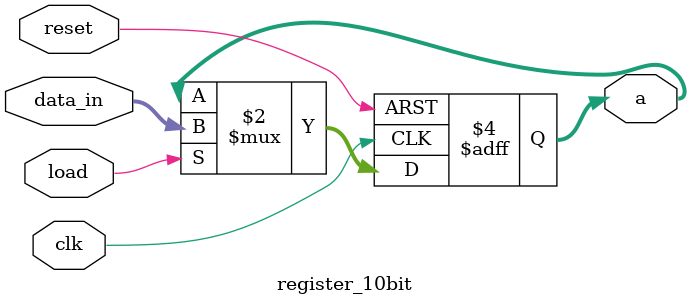
<source format=v>
module register_10bit(
    input clk,       // Clock signal
    input reset,     // Asynchronous reset signal
    input load,      // Load enable signal
    input [9:0] data_in,  
    output reg [9:0] a    
);

    always @(posedge clk or posedge reset) begin
        if (reset) 
            a <= 10'b0;  // Reset the register to 0
        else if (load) 
            a <= data_in;  // Load the input data into the register     
    end

endmodule

</source>
